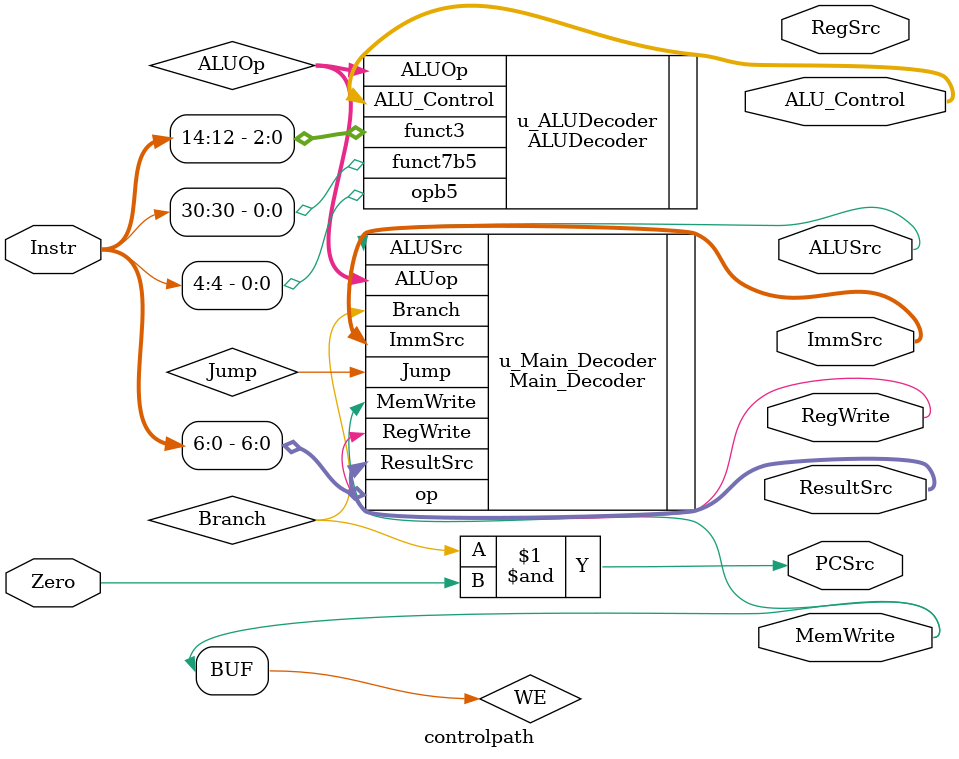
<source format=v>
module controlpath(
    input Zero, 
    input [31:0] Instr, 
    output MemWrite, RegWrite, ALUSrc, RegSrc,
    output PCSrc,
    output [3:0] ALU_Control,
    output [1:0] ResultSrc, ImmSrc 
);
    wire [1:0] ALUOp; 
    wire Branch, Jump;
    wire WE;
    
    Main_Decoder u_Main_Decoder(.op(Instr[6:0]), .RegWrite(RegWrite), .ImmSrc(ImmSrc), .ALUSrc(ALUSrc), .MemWrite(MemWrite), .ResultSrc(ResultSrc), .Branch(Branch), .ALUop(ALUOp), .Jump(Jump));

    ALUDecoder u_ALUDecoder(.ALUOp(ALUOp), .funct3(Instr[14:12]), .funct7b5(Instr[30]), .opb5(Instr[4]), .ALU_Control(ALU_Control));

    assign WE = MemWrite;
    assign PCSrc = Branch & Zero;
    
    
endmodule
</source>
